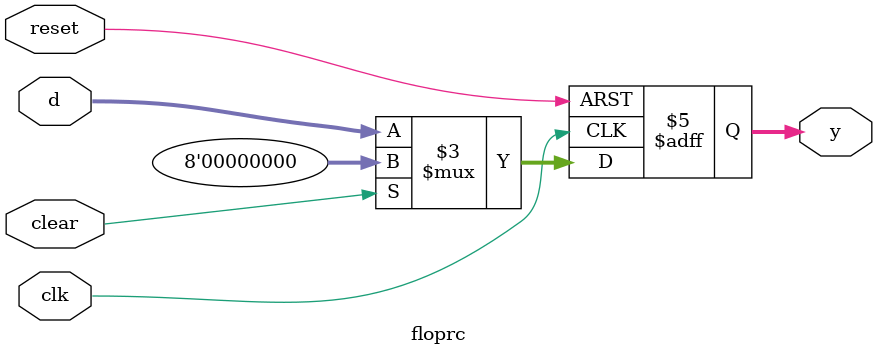
<source format=sv>
`timescale 1ns / 1ps
module floprc #(parameter W = 8) (
    input clk, reset, clear,
    input [W - 1: 0] d,
    output reg [W - 1: 0] y
    );
    always@(posedge clk, posedge reset) begin
        if(reset) y <= #1 0;
        else if(clear) y <= #1 0;
        else y <= #1 d;
    end
endmodule

</source>
